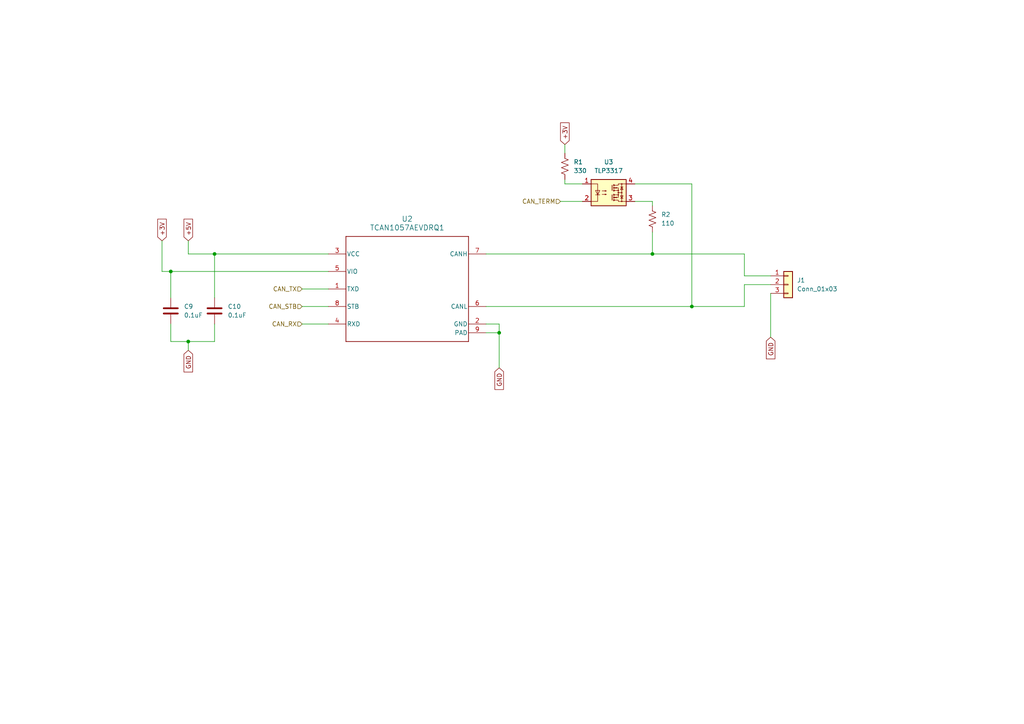
<source format=kicad_sch>
(kicad_sch (version 20230121) (generator eeschema)
  (paper "A4")
  (lib_symbols
    (symbol "Connector_Generic:Conn_01x03" (pin_names (offset 1.016) hide)
      (property "Reference" "J" (at 0 5.08 0))
      (property "Value" "Conn_01x03" (at 0 -5.08 0))
      (symbol "Conn_01x03_1_1"
        (rectangle (start -1.27 -2.413) (end 0 -2.667) (stroke (width 0.1524)))
        (rectangle (start -1.27 0.127) (end 0 -0.127) (stroke (width 0.1524)))
        (rectangle (start -1.27 2.667) (end 0 2.413) (stroke (width 0.1524)))
        (rectangle (start -1.27 3.81) (end 1.27 -3.81) (stroke (width 0.254)) (fill (type background)))
        (pin passive line (at -5.08 2.54 0) (length 3.81) (name "Pin_1") (number "1"))
        (pin passive line (at -5.08 0 0) (length 3.81) (name "Pin_2") (number "2"))
        (pin passive line (at -5.08 -2.54 0) (length 3.81) (name "Pin_3") (number "3"))
      )
    )
    (symbol "Device:C" (pin_numbers hide) (pin_names (offset 0.254))
      (property "Reference" "C" (at 0.635 2.54 0))
      (property "Value" "C" (at 0.635 -2.54 0))
      (symbol "C_0_1"
        (polyline (pts (xy -2.032 -0.762) (xy 2.032 -0.762)) (stroke (width 0.508)))
        (polyline (pts (xy -2.032 0.762) (xy 2.032 0.762)) (stroke (width 0.508)))
      )
      (symbol "C_1_1"
        (pin passive line (at 0 3.81 270) (length 2.794) (name "~") (number "1"))
        (pin passive line (at 0 -3.81 90) (length 2.794) (name "~") (number "2"))
      )
    )
    (symbol "Device:R_US" (pin_numbers hide) (pin_names (offset 0))
      (property "Reference" "R" (at 2.54 0 90))
      (property "Value" "R_US" (at -2.54 0 90))
      (symbol "R_US_0_1"
        (polyline (pts (xy 0 -2.286) (xy 0 -2.54)))
        (polyline (pts (xy 0 2.286) (xy 0 2.54)))
        (polyline (pts (xy 0 -0.762) (xy 1.016 -1.143) (xy 0 -1.524) (xy -1.016 -1.905) (xy 0 -2.286)))
        (polyline (pts (xy 0 0.762) (xy 1.016 0.381) (xy 0 0) (xy -1.016 -0.381) (xy 0 -0.762)))
        (polyline (pts (xy 0 2.286) (xy 1.016 1.905) (xy 0 1.524) (xy -1.016 1.143) (xy 0 0.762)))
      )
      (symbol "R_US_1_1"
        (pin passive line (at 0 3.81 270) (length 1.27) (name "~") (number "1"))
        (pin passive line (at 0 -3.81 90) (length 1.27) (name "~") (number "2"))
      )
    )
    (symbol "Relay_SolidState:TLP3123"
      (property "Reference" "U" (at -5.08 5.08 0))
      (property "Value" "TLP3123" (at 0 5.08 0))
      (symbol "TLP3123_0_1"
        (rectangle (start -5.08 3.81) (end 5.08 -3.81) (stroke (width 0.254)) (fill (type background)))
        (polyline (pts (xy -3.81 -0.635) (xy -2.54 -0.635)))
        (polyline (pts (xy 1.016 -0.635) (xy 1.016 -2.159)) (stroke (width 0.2032)))
        (polyline (pts (xy 1.016 2.159) (xy 1.016 0.635)) (stroke (width 0.2032)))
        (polyline (pts (xy 1.524 -0.508) (xy 1.524 -0.762)) (stroke (width 0.3556)))
        (polyline (pts (xy 2.794 0) (xy 3.81 0)))
        (polyline (pts (xy 3.429 -1.651) (xy 4.191 -1.651)))
        (polyline (pts (xy 3.429 1.651) (xy 4.191 1.651)))
        (polyline (pts (xy 3.81 -2.54) (xy 3.81 2.54)))
        (polyline (pts (xy 1.524 -2.032) (xy 1.524 -2.286) (xy 1.524 -2.286)) (stroke (width 0.3556)))
        (polyline (pts (xy 1.524 -1.27) (xy 1.524 -1.524) (xy 1.524 -1.524)) (stroke (width 0.3556)))
        (polyline (pts (xy 1.524 0.762) (xy 1.524 0.508) (xy 1.524 0.508)) (stroke (width 0.3556)))
        (polyline (pts (xy 1.524 1.524) (xy 1.524 1.27) (xy 1.524 1.27)) (stroke (width 0.3556)))
        (polyline (pts (xy 1.524 2.286) (xy 1.524 2.032) (xy 1.524 2.032)) (stroke (width 0.3556)))
        (polyline (pts (xy 1.651 -1.397) (xy 2.794 -1.397) (xy 2.794 -0.635)))
        (polyline (pts (xy 1.651 1.397) (xy 2.794 1.397) (xy 2.794 0.635)))
        (polyline (pts (xy -5.08 2.54) (xy -3.175 2.54) (xy -3.175 -2.54) (xy -5.08 -2.54)))
        (polyline (pts (xy -3.175 -0.635) (xy -3.81 0.635) (xy -2.54 0.635) (xy -3.175 -0.635)))
        (polyline (pts (xy 1.651 -2.159) (xy 2.794 -2.159) (xy 2.794 -2.54) (xy 5.08 -2.54)))
        (polyline (pts (xy 1.651 -0.635) (xy 2.794 -0.635) (xy 2.794 0.635) (xy 1.651 0.635)))
        (polyline (pts (xy 1.651 2.159) (xy 2.794 2.159) (xy 2.794 2.54) (xy 5.08 2.54)))
        (polyline (pts (xy 1.778 -1.397) (xy 2.286 -1.27) (xy 2.286 -1.524) (xy 1.778 -1.397)))
        (polyline (pts (xy 1.778 1.397) (xy 2.286 1.524) (xy 2.286 1.27) (xy 1.778 1.397)))
        (polyline (pts (xy 3.81 -1.651) (xy 3.429 -0.889) (xy 4.191 -0.889) (xy 3.81 -1.651)))
        (polyline (pts (xy 3.81 1.651) (xy 3.429 0.889) (xy 4.191 0.889) (xy 3.81 1.651)))
        (polyline (pts (xy -1.905 -0.508) (xy -0.635 -0.508) (xy -1.016 -0.635) (xy -1.016 -0.381) (xy -0.635 -0.508)))
        (polyline (pts (xy -1.905 0.508) (xy -0.635 0.508) (xy -1.016 0.381) (xy -1.016 0.635) (xy -0.635 0.508)))
        (circle (center 2.794 -0.635) (radius 0.127))
        (circle (center 2.794 0) (radius 0.127))
        (circle (center 2.794 0.635) (radius 0.127))
        (circle (center 3.81 -2.54) (radius 0.127))
        (circle (center 3.81 0) (radius 0.127))
        (circle (center 3.81 2.54) (radius 0.127))
      )
      (symbol "TLP3123_1_1"
        (pin passive line (at -7.62 2.54 0) (length 2.54) (name "~") (number "1"))
        (pin passive line (at -7.62 -2.54 0) (length 2.54) (name "~") (number "2"))
        (pin passive line (at 7.62 -2.54 180) (length 2.54) (name "~") (number "3"))
        (pin passive line (at 7.62 2.54 180) (length 2.54) (name "~") (number "4"))
      )
    )
    (symbol "fdcanusb:TCAN1042HGVDRBRQ1" (pin_names (offset 0.254))
      (property "Reference" "U" (at 0 2.54 0))
      (property "Value" "TCAN1042HGVDRBRQ1" (at 0 0 0))
      (symbol "TCAN1042HGVDRBRQ1_0_1"
        (polyline (pts (xy -17.78 -15.24) (xy 17.78 -15.24)) (stroke (width 0.2032)))
        (polyline (pts (xy -17.78 15.24) (xy -17.78 -15.24)) (stroke (width 0.2032)))
        (polyline (pts (xy 17.78 -15.24) (xy 17.78 15.24)) (stroke (width 0.2032)))
        (polyline (pts (xy 17.78 15.24) (xy -17.78 15.24)) (stroke (width 0.2032)))
        (pin input line (at -22.86 0 0) (length 5.08) (name "TXD") (number "1"))
        (pin power_in line (at 22.86 -10.16 180) (length 5.08) (name "GND") (number "2"))
        (pin power_in line (at -22.86 10.16 0) (length 5.08) (name "VCC") (number "3"))
        (pin output line (at -22.86 -10.16 0) (length 5.08) (name "RXD") (number "4"))
        (pin power_in line (at -22.86 5.08 0) (length 5.08) (name "VIO") (number "5"))
        (pin bidirectional line (at 22.86 -5.08 180) (length 5.08) (name "CANL") (number "6"))
        (pin bidirectional line (at 22.86 10.16 180) (length 5.08) (name "CANH") (number "7"))
        (pin input line (at -22.86 -5.08 0) (length 5.08) (name "STB") (number "8"))
        (pin power_in line (at 22.86 -12.7 180) (length 5.08) (name "PAD") (number "9"))
      )
    )
  )
  (junction (at 54.61 99.06))
  (junction (at 144.78 96.52))
  (junction (at 200.66 88.9))
  (junction (at 189.23 73.66))
  (junction (at 49.53 78.74))
  (junction (at 62.23 73.66))
  (wire (pts (xy 162.56 58.42) (xy 168.91 58.42)))
  (wire (pts (xy 200.66 88.9) (xy 215.9 88.9)))
  (wire (pts (xy 189.23 59.69) (xy 189.23 58.42)))
  (wire (pts (xy 200.66 88.9) (xy 200.66 53.34)))
  (wire (pts (xy 189.23 73.66) (xy 189.23 67.31)))
  (wire (pts (xy 140.97 73.66) (xy 189.23 73.66)))
  (wire (pts (xy 49.53 99.06) (xy 54.61 99.06)))
  (wire (pts (xy 46.99 78.74) (xy 49.53 78.74)))
  (wire (pts (xy 54.61 69.85) (xy 54.61 73.66)))
  (wire (pts (xy 189.23 73.66) (xy 215.9 73.66)))
  (wire (pts (xy 215.9 73.66) (xy 215.9 80.01)))
  (wire (pts (xy 46.99 69.85) (xy 46.99 78.74)))
  (wire (pts (xy 140.97 88.9) (xy 200.66 88.9)))
  (wire (pts (xy 184.15 58.42) (xy 189.23 58.42)))
  (wire (pts (xy 54.61 73.66) (xy 62.23 73.66)))
  (wire (pts (xy 215.9 80.01) (xy 223.52 80.01)))
  (wire (pts (xy 87.63 93.98) (xy 95.25 93.98)))
  (wire (pts (xy 49.53 78.74) (xy 49.53 86.36)))
  (wire (pts (xy 87.63 83.82) (xy 95.25 83.82)))
  (wire (pts (xy 223.52 85.09) (xy 223.52 97.79)))
  (wire (pts (xy 215.9 82.55) (xy 223.52 82.55)))
  (wire (pts (xy 87.63 88.9) (xy 95.25 88.9)))
  (wire (pts (xy 49.53 78.74) (xy 95.25 78.74)))
  (wire (pts (xy 62.23 86.36) (xy 62.23 73.66)))
  (wire (pts (xy 144.78 93.98) (xy 144.78 96.52)))
  (wire (pts (xy 54.61 99.06) (xy 54.61 101.6)))
  (wire (pts (xy 62.23 93.98) (xy 62.23 99.06)))
  (wire (pts (xy 140.97 96.52) (xy 144.78 96.52)))
  (wire (pts (xy 163.83 53.34) (xy 168.91 53.34)))
  (wire (pts (xy 140.97 93.98) (xy 144.78 93.98)))
  (wire (pts (xy 163.83 41.91) (xy 163.83 44.45)))
  (wire (pts (xy 200.66 53.34) (xy 184.15 53.34)))
  (wire (pts (xy 62.23 73.66) (xy 95.25 73.66)))
  (wire (pts (xy 163.83 52.07) (xy 163.83 53.34)))
  (wire (pts (xy 144.78 96.52) (xy 144.78 106.68)))
  (wire (pts (xy 49.53 93.98) (xy 49.53 99.06)))
  (wire (pts (xy 215.9 88.9) (xy 215.9 82.55)))
  (wire (pts (xy 54.61 99.06) (xy 62.23 99.06)))
  (global_label "GND" (shape input) (at 223.52 97.79 270) (property "Intersheetrefs" "${INTERSHEET_REFS}" (effects hide)))
  (global_label "+3V" (shape input) (at 46.99 69.85 90) (property "Intersheetrefs" "${INTERSHEET_REFS}" (effects hide)))
  (global_label "GND" (shape input) (at 144.78 106.68 270) (property "Intersheetrefs" "${INTERSHEET_REFS}" (effects hide)))
  (global_label "GND" (shape input) (at 54.61 101.6 270) (property "Intersheetrefs" "${INTERSHEET_REFS}" (effects hide)))
  (global_label "+3V" (shape input) (at 163.83 41.91 90) (property "Intersheetrefs" "${INTERSHEET_REFS}" (effects hide)))
  (global_label "+5V" (shape input) (at 54.61 69.85 90) (property "Intersheetrefs" "${INTERSHEET_REFS}" (effects hide)))
  (hierarchical_label "CAN_STB" (shape input) (at 87.63 88.9 180))
  (hierarchical_label "CAN_TERM" (shape input) (at 162.56 58.42 180))
  (hierarchical_label "CAN_RX" (shape input) (at 87.63 93.98 180))
  (hierarchical_label "CAN_TX" (shape input) (at 87.63 83.82 180))
  (symbol (lib_id "Connector_Generic:Conn_01x03") (at 228.6 82.55 0) (unit 1)
    (property "Reference" "J1" (at 231.14 81.28 0) (effects (justify left)))
    (property "Value" "Conn_01x03" (at 231.14 83.82 0) (effects (justify left)))
    (property "Footprint" "fdcanusb:JST_S3B-PH-SM4-TB(LF)(SN)" (effects hide))
    (property "MPN" "S3B-PH-SM4-TB(LF)(SN)" (effects hide))
    (property "MF" "JST" (effects hide))
  )
  (symbol (lib_id "Device:C") (at 49.53 90.17 0) (unit 1)
    (property "Reference" "C9" (at 53.34 88.9 0) (effects (justify left)))
    (property "Value" "0.1uF" (at 53.34 91.44 0) (effects (justify left)))
    (property "Footprint" "Capacitor_SMD:C_0603_1608Metric" (effects hide))
    (property "MPN" "MF-CAP-0603-0.1uF" (effects hide))
  )
  (symbol (lib_id "fdcanusb:TCAN1042HGVDRBRQ1") (at 118.11 83.82 0) (unit 1)
    (property "Reference" "U2" (at 118.11 63.5 0) (effects (font (size 1.524 1.524))))
    (property "Value" "TCAN1057AEVDRQ1" (at 118.11 66.04 0) (effects (font (size 1.524 1.524))))
    (property "Footprint" "fdcanusb:SOIC-8_3.9x4.9mm_P1.27mm" (effects hide))
    (property "MPN" "TCAN1057AEVDRQ1" (effects hide))
    (property "MF" "TI" (effects hide))
  )
  (symbol (lib_id "Device:C") (at 62.23 90.17 0) (unit 1)
    (property "Reference" "C10" (at 66.04 88.9 0) (effects (justify left)))
    (property "Value" "0.1uF" (at 66.04 91.44 0) (effects (justify left)))
    (property "Footprint" "Capacitor_SMD:C_0603_1608Metric" (effects hide))
    (property "MPN" "MF-CAP-0603-0.1uF" (effects hide))
  )
  (symbol (lib_id "Device:R_US") (at 189.23 63.5 0) (unit 1)
    (property "Reference" "R2" (at 191.77 62.23 0) (effects (justify left)))
    (property "Value" "110" (at 191.77 64.77 0) (effects (justify left)))
    (property "Footprint" "Resistor_SMD:R_1206_3216Metric" (effects hide))
    (property "MPN" "RC1206FR-07110RL" (effects hide))
    (property "MF" "YAGEO" (effects hide))
  )
  (symbol (lib_id "Device:R_US") (at 163.83 48.26 0) (unit 1)
    (property "Reference" "R1" (at 166.37 46.99 0) (effects (justify left)))
    (property "Value" "330" (at 166.37 49.53 0) (effects (justify left)))
    (property "Footprint" "Resistor_SMD:R_0603_1608Metric" (effects hide))
    (property "MPN" "MF-RES-0603-330" (effects hide))
  )
  (symbol (lib_id "Relay_SolidState:TLP3123") (at 176.53 55.88 0) (unit 1)
    (property "Reference" "U3" (at 176.53 46.99 0))
    (property "Value" "TLP3317" (at 176.53 49.53 0))
    (property "Footprint" "fdcanusb:TLP3317" (effects hide))
    (property "MPN" "TLP3317(TP15,F" (effects hide))
    (property "MF" "TOSHIBA" (effects hide))
  )
)
</source>
